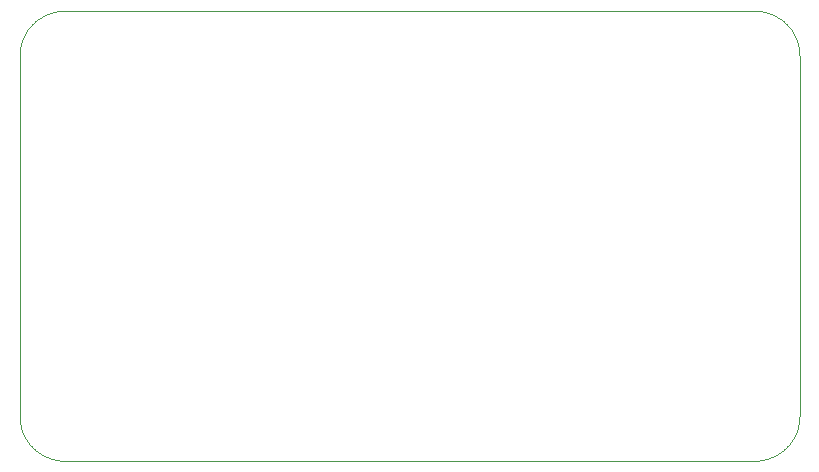
<source format=gbp>
G75*
%MOIN*%
%OFA0B0*%
%FSLAX25Y25*%
%IPPOS*%
%LPD*%
%AMOC8*
5,1,8,0,0,1.08239X$1,22.5*
%
%ADD10C,0.00000*%
D10*
X0022200Y0007200D02*
X0252200Y0007200D01*
X0252562Y0007204D01*
X0252925Y0007218D01*
X0253287Y0007239D01*
X0253648Y0007270D01*
X0254008Y0007309D01*
X0254367Y0007357D01*
X0254725Y0007414D01*
X0255082Y0007479D01*
X0255437Y0007553D01*
X0255790Y0007636D01*
X0256141Y0007727D01*
X0256489Y0007826D01*
X0256835Y0007934D01*
X0257179Y0008050D01*
X0257519Y0008175D01*
X0257856Y0008307D01*
X0258190Y0008448D01*
X0258521Y0008597D01*
X0258848Y0008754D01*
X0259171Y0008918D01*
X0259490Y0009090D01*
X0259804Y0009270D01*
X0260115Y0009458D01*
X0260420Y0009653D01*
X0260721Y0009855D01*
X0261017Y0010065D01*
X0261307Y0010281D01*
X0261593Y0010505D01*
X0261873Y0010735D01*
X0262147Y0010972D01*
X0262415Y0011216D01*
X0262678Y0011466D01*
X0262934Y0011722D01*
X0263184Y0011985D01*
X0263428Y0012253D01*
X0263665Y0012527D01*
X0263895Y0012807D01*
X0264119Y0013093D01*
X0264335Y0013383D01*
X0264545Y0013679D01*
X0264747Y0013980D01*
X0264942Y0014285D01*
X0265130Y0014596D01*
X0265310Y0014910D01*
X0265482Y0015229D01*
X0265646Y0015552D01*
X0265803Y0015879D01*
X0265952Y0016210D01*
X0266093Y0016544D01*
X0266225Y0016881D01*
X0266350Y0017221D01*
X0266466Y0017565D01*
X0266574Y0017911D01*
X0266673Y0018259D01*
X0266764Y0018610D01*
X0266847Y0018963D01*
X0266921Y0019318D01*
X0266986Y0019675D01*
X0267043Y0020033D01*
X0267091Y0020392D01*
X0267130Y0020752D01*
X0267161Y0021113D01*
X0267182Y0021475D01*
X0267196Y0021838D01*
X0267200Y0022200D01*
X0267200Y0142200D01*
X0267196Y0142562D01*
X0267182Y0142925D01*
X0267161Y0143287D01*
X0267130Y0143648D01*
X0267091Y0144008D01*
X0267043Y0144367D01*
X0266986Y0144725D01*
X0266921Y0145082D01*
X0266847Y0145437D01*
X0266764Y0145790D01*
X0266673Y0146141D01*
X0266574Y0146489D01*
X0266466Y0146835D01*
X0266350Y0147179D01*
X0266225Y0147519D01*
X0266093Y0147856D01*
X0265952Y0148190D01*
X0265803Y0148521D01*
X0265646Y0148848D01*
X0265482Y0149171D01*
X0265310Y0149490D01*
X0265130Y0149804D01*
X0264942Y0150115D01*
X0264747Y0150420D01*
X0264545Y0150721D01*
X0264335Y0151017D01*
X0264119Y0151307D01*
X0263895Y0151593D01*
X0263665Y0151873D01*
X0263428Y0152147D01*
X0263184Y0152415D01*
X0262934Y0152678D01*
X0262678Y0152934D01*
X0262415Y0153184D01*
X0262147Y0153428D01*
X0261873Y0153665D01*
X0261593Y0153895D01*
X0261307Y0154119D01*
X0261017Y0154335D01*
X0260721Y0154545D01*
X0260420Y0154747D01*
X0260115Y0154942D01*
X0259804Y0155130D01*
X0259490Y0155310D01*
X0259171Y0155482D01*
X0258848Y0155646D01*
X0258521Y0155803D01*
X0258190Y0155952D01*
X0257856Y0156093D01*
X0257519Y0156225D01*
X0257179Y0156350D01*
X0256835Y0156466D01*
X0256489Y0156574D01*
X0256141Y0156673D01*
X0255790Y0156764D01*
X0255437Y0156847D01*
X0255082Y0156921D01*
X0254725Y0156986D01*
X0254367Y0157043D01*
X0254008Y0157091D01*
X0253648Y0157130D01*
X0253287Y0157161D01*
X0252925Y0157182D01*
X0252562Y0157196D01*
X0252200Y0157200D01*
X0022200Y0157200D01*
X0021838Y0157196D01*
X0021475Y0157182D01*
X0021113Y0157161D01*
X0020752Y0157130D01*
X0020392Y0157091D01*
X0020033Y0157043D01*
X0019675Y0156986D01*
X0019318Y0156921D01*
X0018963Y0156847D01*
X0018610Y0156764D01*
X0018259Y0156673D01*
X0017911Y0156574D01*
X0017565Y0156466D01*
X0017221Y0156350D01*
X0016881Y0156225D01*
X0016544Y0156093D01*
X0016210Y0155952D01*
X0015879Y0155803D01*
X0015552Y0155646D01*
X0015229Y0155482D01*
X0014910Y0155310D01*
X0014596Y0155130D01*
X0014285Y0154942D01*
X0013980Y0154747D01*
X0013679Y0154545D01*
X0013383Y0154335D01*
X0013093Y0154119D01*
X0012807Y0153895D01*
X0012527Y0153665D01*
X0012253Y0153428D01*
X0011985Y0153184D01*
X0011722Y0152934D01*
X0011466Y0152678D01*
X0011216Y0152415D01*
X0010972Y0152147D01*
X0010735Y0151873D01*
X0010505Y0151593D01*
X0010281Y0151307D01*
X0010065Y0151017D01*
X0009855Y0150721D01*
X0009653Y0150420D01*
X0009458Y0150115D01*
X0009270Y0149804D01*
X0009090Y0149490D01*
X0008918Y0149171D01*
X0008754Y0148848D01*
X0008597Y0148521D01*
X0008448Y0148190D01*
X0008307Y0147856D01*
X0008175Y0147519D01*
X0008050Y0147179D01*
X0007934Y0146835D01*
X0007826Y0146489D01*
X0007727Y0146141D01*
X0007636Y0145790D01*
X0007553Y0145437D01*
X0007479Y0145082D01*
X0007414Y0144725D01*
X0007357Y0144367D01*
X0007309Y0144008D01*
X0007270Y0143648D01*
X0007239Y0143287D01*
X0007218Y0142925D01*
X0007204Y0142562D01*
X0007200Y0142200D01*
X0007200Y0022200D01*
X0007204Y0021838D01*
X0007218Y0021475D01*
X0007239Y0021113D01*
X0007270Y0020752D01*
X0007309Y0020392D01*
X0007357Y0020033D01*
X0007414Y0019675D01*
X0007479Y0019318D01*
X0007553Y0018963D01*
X0007636Y0018610D01*
X0007727Y0018259D01*
X0007826Y0017911D01*
X0007934Y0017565D01*
X0008050Y0017221D01*
X0008175Y0016881D01*
X0008307Y0016544D01*
X0008448Y0016210D01*
X0008597Y0015879D01*
X0008754Y0015552D01*
X0008918Y0015229D01*
X0009090Y0014910D01*
X0009270Y0014596D01*
X0009458Y0014285D01*
X0009653Y0013980D01*
X0009855Y0013679D01*
X0010065Y0013383D01*
X0010281Y0013093D01*
X0010505Y0012807D01*
X0010735Y0012527D01*
X0010972Y0012253D01*
X0011216Y0011985D01*
X0011466Y0011722D01*
X0011722Y0011466D01*
X0011985Y0011216D01*
X0012253Y0010972D01*
X0012527Y0010735D01*
X0012807Y0010505D01*
X0013093Y0010281D01*
X0013383Y0010065D01*
X0013679Y0009855D01*
X0013980Y0009653D01*
X0014285Y0009458D01*
X0014596Y0009270D01*
X0014910Y0009090D01*
X0015229Y0008918D01*
X0015552Y0008754D01*
X0015879Y0008597D01*
X0016210Y0008448D01*
X0016544Y0008307D01*
X0016881Y0008175D01*
X0017221Y0008050D01*
X0017565Y0007934D01*
X0017911Y0007826D01*
X0018259Y0007727D01*
X0018610Y0007636D01*
X0018963Y0007553D01*
X0019318Y0007479D01*
X0019675Y0007414D01*
X0020033Y0007357D01*
X0020392Y0007309D01*
X0020752Y0007270D01*
X0021113Y0007239D01*
X0021475Y0007218D01*
X0021838Y0007204D01*
X0022200Y0007200D01*
M02*

</source>
